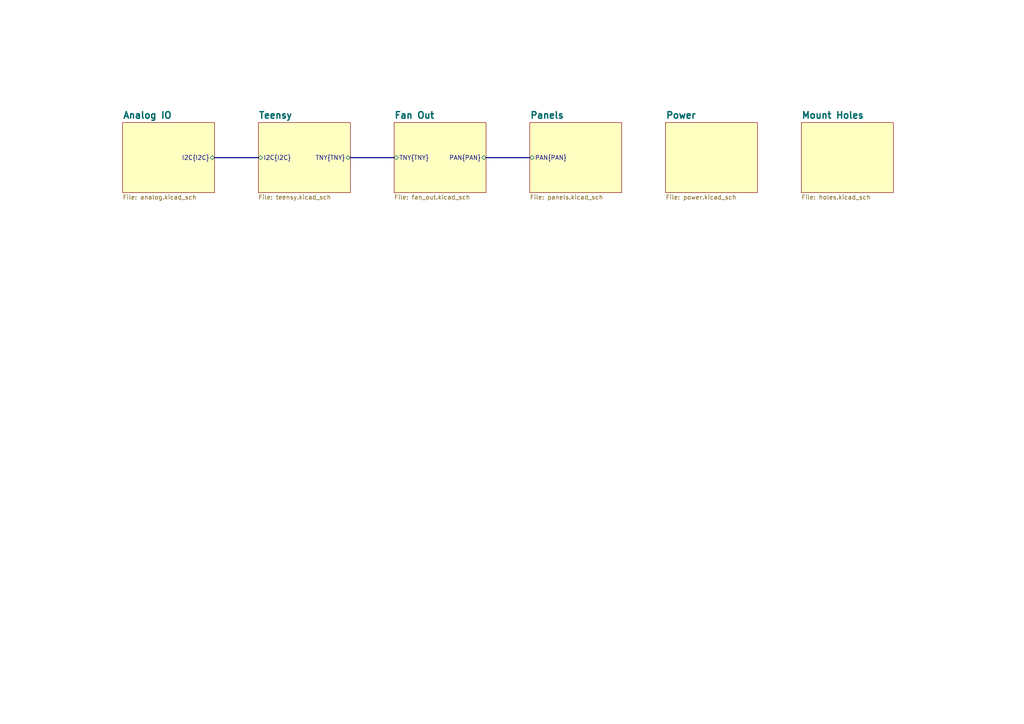
<source format=kicad_sch>
(kicad_sch
	(version 20250114)
	(generator "eeschema")
	(generator_version "9.0")
	(uuid "056666d2-2c8f-491c-bcad-db3c517779a8")
	(paper "A4")
	(lib_symbols)
	(bus_alias "TNY"
		(members "SCK_B0" "MOSI_B0" "MISO_B0" "SCK_B1" "MOSI_B1" "MISO_B1" "CS_00"
			"CS_01" "CS_02" "CS_03" "CS_04" "CS_05" "CS_06" "CS_07" "CS_08" "CS_09"
			"CS_10" "CS_11" "CS_12" "CS_13" "CS_14" "CS_15" "CS_16" "CS_17" "CS_18"
			"CS_19" "EINT"
		)
	)
	(bus
		(pts
			(xy 101.6 45.72) (xy 114.3 45.72)
		)
		(stroke
			(width 0)
			(type default)
		)
		(uuid "771d8412-eb88-4911-8f6f-0ebcfa557f4c")
	)
	(bus
		(pts
			(xy 62.23 45.72) (xy 74.93 45.72)
		)
		(stroke
			(width 0)
			(type default)
		)
		(uuid "ba78cf13-9584-422f-b40f-75c1e2983643")
	)
	(bus
		(pts
			(xy 140.97 45.72) (xy 153.67 45.72)
		)
		(stroke
			(width 0)
			(type default)
		)
		(uuid "d833bf9e-d9f4-4d46-8efe-7f111cd409cc")
	)
	(sheet
		(at 114.3 35.56)
		(size 26.67 20.32)
		(exclude_from_sim no)
		(in_bom yes)
		(on_board yes)
		(dnp no)
		(fields_autoplaced yes)
		(stroke
			(width 0.1524)
			(type solid)
		)
		(fill
			(color 255 255 194 1.0000)
		)
		(uuid "0054750e-5233-4364-a758-64054997e15b")
		(property "Sheetname" "Fan Out"
			(at 114.3 34.5309 0)
			(effects
				(font
					(size 1.905 1.905)
					(thickness 0.381)
					(bold yes)
				)
				(justify left bottom)
			)
		)
		(property "Sheetfile" "fan_out.kicad_sch"
			(at 114.3 56.4646 0)
			(effects
				(font
					(size 1.27 1.27)
				)
				(justify left top)
			)
		)
		(pin "PAN{PAN}" bidirectional
			(at 140.97 45.72 0)
			(uuid "39572e82-e6ba-4ee5-9582-45075451285b")
			(effects
				(font
					(size 1.27 1.27)
				)
				(justify right)
			)
		)
		(pin "TNY{TNY}" bidirectional
			(at 114.3 45.72 180)
			(uuid "52a025be-e25b-4fbf-9c68-89c262d60f66")
			(effects
				(font
					(size 1.27 1.27)
				)
				(justify left)
			)
		)
		(instances
			(project "arena_10_of_10_v1r1"
				(path "/056666d2-2c8f-491c-bcad-db3c517779a8"
					(page "3")
				)
			)
		)
	)
	(sheet
		(at 153.67 35.56)
		(size 26.67 20.32)
		(exclude_from_sim no)
		(in_bom yes)
		(on_board yes)
		(dnp no)
		(fields_autoplaced yes)
		(stroke
			(width 0.1524)
			(type solid)
		)
		(fill
			(color 255 255 194 1.0000)
		)
		(uuid "3aea6610-f2a3-4b21-99b1-2866223bb12f")
		(property "Sheetname" "Panels"
			(at 153.67 34.5309 0)
			(effects
				(font
					(size 1.905 1.905)
					(thickness 0.381)
					(bold yes)
				)
				(justify left bottom)
			)
		)
		(property "Sheetfile" "panels.kicad_sch"
			(at 153.67 56.4646 0)
			(effects
				(font
					(size 1.27 1.27)
				)
				(justify left top)
			)
		)
		(pin "PAN{PAN}" bidirectional
			(at 153.67 45.72 180)
			(uuid "8af440a6-5347-4e41-8559-d55b643dbc51")
			(effects
				(font
					(size 1.27 1.27)
				)
				(justify left)
			)
		)
		(instances
			(project "arena_10_of_10_v1r1"
				(path "/056666d2-2c8f-491c-bcad-db3c517779a8"
					(page "30")
				)
			)
		)
	)
	(sheet
		(at 232.41 35.56)
		(size 26.67 20.32)
		(exclude_from_sim no)
		(in_bom yes)
		(on_board yes)
		(dnp no)
		(fields_autoplaced yes)
		(stroke
			(width 0.1524)
			(type solid)
		)
		(fill
			(color 255 255 194 1.0000)
		)
		(uuid "3f6f12ad-0207-48b9-8360-f583cf48d0a1")
		(property "Sheetname" "Mount Holes"
			(at 232.41 34.5309 0)
			(effects
				(font
					(size 1.905 1.905)
					(thickness 0.381)
					(bold yes)
				)
				(justify left bottom)
			)
		)
		(property "Sheetfile" "holes.kicad_sch"
			(at 232.41 56.4646 0)
			(effects
				(font
					(size 1.27 1.27)
				)
				(justify left top)
			)
		)
		(instances
			(project "arena_10_of_10_v1r1"
				(path "/056666d2-2c8f-491c-bcad-db3c517779a8"
					(page "53")
				)
			)
		)
	)
	(sheet
		(at 74.93 35.56)
		(size 26.67 20.32)
		(exclude_from_sim no)
		(in_bom yes)
		(on_board yes)
		(dnp no)
		(fields_autoplaced yes)
		(stroke
			(width 0.1524)
			(type solid)
		)
		(fill
			(color 255 255 194 1.0000)
		)
		(uuid "49d7122d-250d-4ac4-9432-46d5d4ec4ae4")
		(property "Sheetname" "Teensy"
			(at 74.93 34.5309 0)
			(effects
				(font
					(size 1.905 1.905)
					(thickness 0.381)
					(bold yes)
				)
				(justify left bottom)
			)
		)
		(property "Sheetfile" "teensy.kicad_sch"
			(at 74.93 56.4646 0)
			(effects
				(font
					(size 1.27 1.27)
				)
				(justify left top)
			)
		)
		(pin "I2C{I2C}" bidirectional
			(at 74.93 45.72 180)
			(uuid "c0181318-7de9-4d83-b804-e9b1bff3260d")
			(effects
				(font
					(size 1.27 1.27)
				)
				(justify left)
			)
		)
		(pin "TNY{TNY}" bidirectional
			(at 101.6 45.72 0)
			(uuid "7f8477b3-0275-41b9-8c85-a5b30fdd2b7b")
			(effects
				(font
					(size 1.27 1.27)
				)
				(justify right)
			)
		)
		(instances
			(project "arena_10_of_10_v1r1"
				(path "/056666d2-2c8f-491c-bcad-db3c517779a8"
					(page "2")
				)
			)
		)
	)
	(sheet
		(at 35.56 35.56)
		(size 26.67 20.32)
		(exclude_from_sim no)
		(in_bom yes)
		(on_board yes)
		(dnp no)
		(fields_autoplaced yes)
		(stroke
			(width 0.1524)
			(type solid)
		)
		(fill
			(color 255 255 194 1.0000)
		)
		(uuid "d9742f93-cea2-4d1e-a4e2-1bef85a1b88a")
		(property "Sheetname" "Analog IO"
			(at 35.56 34.5309 0)
			(effects
				(font
					(size 1.905 1.905)
					(thickness 0.381)
					(bold yes)
				)
				(justify left bottom)
			)
		)
		(property "Sheetfile" "analog.kicad_sch"
			(at 35.56 56.4646 0)
			(effects
				(font
					(size 1.27 1.27)
				)
				(justify left top)
			)
		)
		(pin "I2C{I2C}" bidirectional
			(at 62.23 45.72 0)
			(uuid "93b7c890-8018-463d-aaf5-16600a5d8ea0")
			(effects
				(font
					(size 1.27 1.27)
				)
				(justify right)
			)
		)
		(instances
			(project "arena_10_of_10_v1r1"
				(path "/056666d2-2c8f-491c-bcad-db3c517779a8"
					(page "52")
				)
			)
		)
	)
	(sheet
		(at 193.04 35.56)
		(size 26.67 20.32)
		(exclude_from_sim no)
		(in_bom yes)
		(on_board yes)
		(dnp no)
		(fields_autoplaced yes)
		(stroke
			(width 0.1524)
			(type solid)
		)
		(fill
			(color 255 255 194 1.0000)
		)
		(uuid "f8e525f6-92ff-481c-b9d6-983b91f2917d")
		(property "Sheetname" "Power"
			(at 193.04 34.5309 0)
			(effects
				(font
					(size 1.905 1.905)
					(thickness 0.381)
					(bold yes)
				)
				(justify left bottom)
			)
		)
		(property "Sheetfile" "power.kicad_sch"
			(at 193.04 56.4646 0)
			(effects
				(font
					(size 1.27 1.27)
				)
				(justify left top)
			)
		)
		(instances
			(project "arena_10_of_10_v1r1"
				(path "/056666d2-2c8f-491c-bcad-db3c517779a8"
					(page "51")
				)
			)
		)
	)
	(sheet_instances
		(path "/"
			(page "1")
		)
	)
	(embedded_fonts no)
)

</source>
